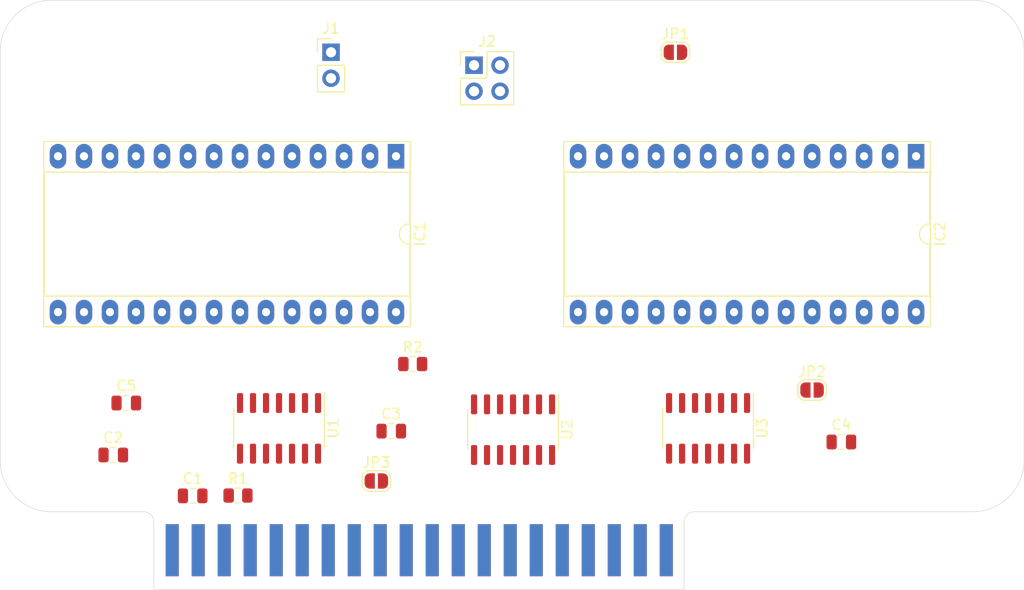
<source format=kicad_pcb>
(kicad_pcb (version 20171130) (host pcbnew "(5.1.9-0-10_14)")

  (general
    (thickness 1.6)
    (drawings 15)
    (tracks 0)
    (zones 0)
    (modules 18)
    (nets 55)
  )

  (page A4)
  (layers
    (0 Top signal)
    (31 Bottom signal)
    (32 B.Adhes user)
    (33 F.Adhes user)
    (34 B.Paste user)
    (35 F.Paste user)
    (36 B.SilkS user)
    (37 F.SilkS user)
    (38 B.Mask user)
    (39 F.Mask user)
    (40 Dwgs.User user)
    (41 Cmts.User user)
    (42 Eco1.User user)
    (43 Eco2.User user)
    (44 Edge.Cuts user)
    (45 Margin user)
    (46 B.CrtYd user)
    (47 F.CrtYd user)
    (48 B.Fab user)
    (49 F.Fab user)
  )

  (setup
    (last_trace_width 0.25)
    (trace_clearance 0.127)
    (zone_clearance 0.508)
    (zone_45_only no)
    (trace_min 0.2)
    (via_size 0.8)
    (via_drill 0.4)
    (via_min_size 0.4)
    (via_min_drill 0.3)
    (uvia_size 0.3)
    (uvia_drill 0.1)
    (uvias_allowed no)
    (uvia_min_size 0.2)
    (uvia_min_drill 0.1)
    (edge_width 0.05)
    (segment_width 0.2)
    (pcb_text_width 0.3)
    (pcb_text_size 1.5 1.5)
    (mod_edge_width 0.12)
    (mod_text_size 1 1)
    (mod_text_width 0.15)
    (pad_size 1.524 1.524)
    (pad_drill 0.762)
    (pad_to_mask_clearance 0)
    (aux_axis_origin 0 0)
    (visible_elements FFFFFF7F)
    (pcbplotparams
      (layerselection 0x010fc_ffffffff)
      (usegerberextensions false)
      (usegerberattributes true)
      (usegerberadvancedattributes true)
      (creategerberjobfile true)
      (excludeedgelayer true)
      (linewidth 0.100000)
      (plotframeref false)
      (viasonmask false)
      (mode 1)
      (useauxorigin false)
      (hpglpennumber 1)
      (hpglpenspeed 20)
      (hpglpendiameter 15.000000)
      (psnegative false)
      (psa4output false)
      (plotreference true)
      (plotvalue true)
      (plotinvisibletext false)
      (padsonsilk false)
      (subtractmaskfromsilk false)
      (outputformat 1)
      (mirror false)
      (drillshape 1)
      (scaleselection 1)
      (outputdirectory ""))
  )

  (net 0 "")
  (net 1 GND)
  (net 2 /D7)
  (net 3 /D6)
  (net 4 /D5)
  (net 5 /D4)
  (net 6 /D3)
  (net 7 /D2)
  (net 8 /D1)
  (net 9 /D0)
  (net 10 /A0)
  (net 11 /A1)
  (net 12 /A2)
  (net 13 /A3)
  (net 14 /A4)
  (net 15 /A5)
  (net 16 /A6)
  (net 17 /A7)
  (net 18 /A12)
  (net 19 VCC)
  (net 20 "Net-(CONN1-Pad~RES)")
  (net 21 "Net-(CONN1-Pad~IRQ)")
  (net 22 "Net-(CONN1-Pad~NMI)")
  (net 23 "Net-(CONN1-PadRDY)")
  (net 24 "Net-(CONN1-PadBE)")
  (net 25 R~W)
  (net 26 "Net-(CONN1-Pad~ML)")
  (net 27 PHI2)
  (net 28 "Net-(CONN1-PadPHI1O)")
  (net 29 "Net-(CONN1-PadSYNC)")
  (net 30 EXP1)
  (net 31 EXP0)
  (net 32 A15)
  (net 33 A14)
  (net 34 A13)
  (net 35 /A11)
  (net 36 /A10)
  (net 37 /A9)
  (net 38 /A8)
  (net 39 ~READ)
  (net 40 ~WRITE)
  (net 41 "Net-(IC2-Pad27)")
  (net 42 ~ROM_ENABLE)
  (net 43 ~HI_ROM_DISABLE)
  (net 44 "Net-(JP2-Pad1)")
  (net 45 "Net-(JP3-Pad1)")
  (net 46 "Net-(U1-Pad5)")
  (net 47 "Net-(U1-Pad11)")
  (net 48 "Net-(U1-Pad12)")
  (net 49 "Net-(U1-Pad13)")
  (net 50 "Net-(U2-Pad10)")
  (net 51 "Net-(U2-Pad3)")
  (net 52 "Net-(U3-Pad3)")
  (net 53 "Net-(U3-Pad10)")
  (net 54 "Net-(U3-Pad13)")

  (net_class Default "This is the default net class."
    (clearance 0.127)
    (trace_width 0.25)
    (via_dia 0.8)
    (via_drill 0.4)
    (uvia_dia 0.3)
    (uvia_drill 0.1)
    (add_net /A0)
    (add_net /A1)
    (add_net /A10)
    (add_net /A11)
    (add_net /A12)
    (add_net /A2)
    (add_net /A3)
    (add_net /A4)
    (add_net /A5)
    (add_net /A6)
    (add_net /A7)
    (add_net /A8)
    (add_net /A9)
    (add_net /D0)
    (add_net /D1)
    (add_net /D2)
    (add_net /D3)
    (add_net /D4)
    (add_net /D5)
    (add_net /D6)
    (add_net /D7)
    (add_net A13)
    (add_net A14)
    (add_net A15)
    (add_net EXP0)
    (add_net EXP1)
    (add_net GND)
    (add_net "Net-(CONN1-PadBE)")
    (add_net "Net-(CONN1-PadPHI1O)")
    (add_net "Net-(CONN1-PadRDY)")
    (add_net "Net-(CONN1-PadSYNC)")
    (add_net "Net-(CONN1-Pad~IRQ)")
    (add_net "Net-(CONN1-Pad~ML)")
    (add_net "Net-(CONN1-Pad~NMI)")
    (add_net "Net-(CONN1-Pad~RES)")
    (add_net "Net-(IC2-Pad27)")
    (add_net "Net-(JP2-Pad1)")
    (add_net "Net-(JP3-Pad1)")
    (add_net "Net-(U1-Pad11)")
    (add_net "Net-(U1-Pad12)")
    (add_net "Net-(U1-Pad13)")
    (add_net "Net-(U1-Pad5)")
    (add_net "Net-(U2-Pad10)")
    (add_net "Net-(U2-Pad3)")
    (add_net "Net-(U3-Pad10)")
    (add_net "Net-(U3-Pad13)")
    (add_net "Net-(U3-Pad3)")
    (add_net PHI2)
    (add_net R~W)
    (add_net VCC)
    (add_net ~HI_ROM_DISABLE)
    (add_net ~READ)
    (add_net ~ROM_ENABLE)
    (add_net ~WRITE)
  )

  (module Capacitor_SMD:C_0805_2012Metric (layer Top) (tedit 5F68FEEE) (tstamp 60627BED)
    (at 117.295001 124.645001)
    (descr "Capacitor SMD 0805 (2012 Metric), square (rectangular) end terminal, IPC_7351 nominal, (Body size source: IPC-SM-782 page 76, https://www.pcb-3d.com/wordpress/wp-content/uploads/ipc-sm-782a_amendment_1_and_2.pdf, https://docs.google.com/spreadsheets/d/1BsfQQcO9C6DZCsRaXUlFlo91Tg2WpOkGARC1WS5S8t0/edit?usp=sharing), generated with kicad-footprint-generator")
    (tags capacitor)
    (path /608A3DE9)
    (attr smd)
    (fp_text reference C1 (at 0 -1.68) (layer F.SilkS)
      (effects (font (size 1 1) (thickness 0.15)))
    )
    (fp_text value 100nF (at 0 1.68) (layer F.Fab)
      (effects (font (size 1 1) (thickness 0.15)))
    )
    (fp_line (start -1 0.625) (end -1 -0.625) (layer F.Fab) (width 0.1))
    (fp_line (start -1 -0.625) (end 1 -0.625) (layer F.Fab) (width 0.1))
    (fp_line (start 1 -0.625) (end 1 0.625) (layer F.Fab) (width 0.1))
    (fp_line (start 1 0.625) (end -1 0.625) (layer F.Fab) (width 0.1))
    (fp_line (start -0.261252 -0.735) (end 0.261252 -0.735) (layer F.SilkS) (width 0.12))
    (fp_line (start -0.261252 0.735) (end 0.261252 0.735) (layer F.SilkS) (width 0.12))
    (fp_line (start -1.7 0.98) (end -1.7 -0.98) (layer F.CrtYd) (width 0.05))
    (fp_line (start -1.7 -0.98) (end 1.7 -0.98) (layer F.CrtYd) (width 0.05))
    (fp_line (start 1.7 -0.98) (end 1.7 0.98) (layer F.CrtYd) (width 0.05))
    (fp_line (start 1.7 0.98) (end -1.7 0.98) (layer F.CrtYd) (width 0.05))
    (fp_text user %R (at 0 0) (layer F.Fab)
      (effects (font (size 0.5 0.5) (thickness 0.08)))
    )
    (pad 1 smd roundrect (at -0.95 0) (size 1 1.45) (layers Top F.Paste F.Mask) (roundrect_rratio 0.25)
      (net 19 VCC))
    (pad 2 smd roundrect (at 0.95 0) (size 1 1.45) (layers Top F.Paste F.Mask) (roundrect_rratio 0.25)
      (net 1 GND))
    (model ${KISYS3DMOD}/Capacitor_SMD.3dshapes/C_0805_2012Metric.wrl
      (at (xyz 0 0 0))
      (scale (xyz 1 1 1))
      (rotate (xyz 0 0 0))
    )
  )

  (module Capacitor_SMD:C_0805_2012Metric (layer Top) (tedit 5F68FEEE) (tstamp 6062877A)
    (at 109.54 120.65)
    (descr "Capacitor SMD 0805 (2012 Metric), square (rectangular) end terminal, IPC_7351 nominal, (Body size source: IPC-SM-782 page 76, https://www.pcb-3d.com/wordpress/wp-content/uploads/ipc-sm-782a_amendment_1_and_2.pdf, https://docs.google.com/spreadsheets/d/1BsfQQcO9C6DZCsRaXUlFlo91Tg2WpOkGARC1WS5S8t0/edit?usp=sharing), generated with kicad-footprint-generator")
    (tags capacitor)
    (path /608A3815)
    (attr smd)
    (fp_text reference C2 (at 0 -1.68) (layer F.SilkS)
      (effects (font (size 1 1) (thickness 0.15)))
    )
    (fp_text value 100nF (at 0 1.68) (layer F.Fab)
      (effects (font (size 1 1) (thickness 0.15)))
    )
    (fp_line (start 1.7 0.98) (end -1.7 0.98) (layer F.CrtYd) (width 0.05))
    (fp_line (start 1.7 -0.98) (end 1.7 0.98) (layer F.CrtYd) (width 0.05))
    (fp_line (start -1.7 -0.98) (end 1.7 -0.98) (layer F.CrtYd) (width 0.05))
    (fp_line (start -1.7 0.98) (end -1.7 -0.98) (layer F.CrtYd) (width 0.05))
    (fp_line (start -0.261252 0.735) (end 0.261252 0.735) (layer F.SilkS) (width 0.12))
    (fp_line (start -0.261252 -0.735) (end 0.261252 -0.735) (layer F.SilkS) (width 0.12))
    (fp_line (start 1 0.625) (end -1 0.625) (layer F.Fab) (width 0.1))
    (fp_line (start 1 -0.625) (end 1 0.625) (layer F.Fab) (width 0.1))
    (fp_line (start -1 -0.625) (end 1 -0.625) (layer F.Fab) (width 0.1))
    (fp_line (start -1 0.625) (end -1 -0.625) (layer F.Fab) (width 0.1))
    (fp_text user %R (at 0 0) (layer F.Fab)
      (effects (font (size 0.5 0.5) (thickness 0.08)))
    )
    (pad 2 smd roundrect (at 0.95 0) (size 1 1.45) (layers Top F.Paste F.Mask) (roundrect_rratio 0.25)
      (net 1 GND))
    (pad 1 smd roundrect (at -0.95 0) (size 1 1.45) (layers Top F.Paste F.Mask) (roundrect_rratio 0.25)
      (net 19 VCC))
    (model ${KISYS3DMOD}/Capacitor_SMD.3dshapes/C_0805_2012Metric.wrl
      (at (xyz 0 0 0))
      (scale (xyz 1 1 1))
      (rotate (xyz 0 0 0))
    )
  )

  (module Capacitor_SMD:C_0805_2012Metric (layer Top) (tedit 5F68FEEE) (tstamp 60627C0F)
    (at 136.695001 118.315001)
    (descr "Capacitor SMD 0805 (2012 Metric), square (rectangular) end terminal, IPC_7351 nominal, (Body size source: IPC-SM-782 page 76, https://www.pcb-3d.com/wordpress/wp-content/uploads/ipc-sm-782a_amendment_1_and_2.pdf, https://docs.google.com/spreadsheets/d/1BsfQQcO9C6DZCsRaXUlFlo91Tg2WpOkGARC1WS5S8t0/edit?usp=sharing), generated with kicad-footprint-generator")
    (tags capacitor)
    (path /6088DDE2)
    (attr smd)
    (fp_text reference C3 (at 0 -1.68) (layer F.SilkS)
      (effects (font (size 1 1) (thickness 0.15)))
    )
    (fp_text value 100nF (at 0 1.68) (layer F.Fab)
      (effects (font (size 1 1) (thickness 0.15)))
    )
    (fp_line (start -1 0.625) (end -1 -0.625) (layer F.Fab) (width 0.1))
    (fp_line (start -1 -0.625) (end 1 -0.625) (layer F.Fab) (width 0.1))
    (fp_line (start 1 -0.625) (end 1 0.625) (layer F.Fab) (width 0.1))
    (fp_line (start 1 0.625) (end -1 0.625) (layer F.Fab) (width 0.1))
    (fp_line (start -0.261252 -0.735) (end 0.261252 -0.735) (layer F.SilkS) (width 0.12))
    (fp_line (start -0.261252 0.735) (end 0.261252 0.735) (layer F.SilkS) (width 0.12))
    (fp_line (start -1.7 0.98) (end -1.7 -0.98) (layer F.CrtYd) (width 0.05))
    (fp_line (start -1.7 -0.98) (end 1.7 -0.98) (layer F.CrtYd) (width 0.05))
    (fp_line (start 1.7 -0.98) (end 1.7 0.98) (layer F.CrtYd) (width 0.05))
    (fp_line (start 1.7 0.98) (end -1.7 0.98) (layer F.CrtYd) (width 0.05))
    (fp_text user %R (at 0 0) (layer F.Fab)
      (effects (font (size 0.5 0.5) (thickness 0.08)))
    )
    (pad 1 smd roundrect (at -0.95 0) (size 1 1.45) (layers Top F.Paste F.Mask) (roundrect_rratio 0.25)
      (net 19 VCC))
    (pad 2 smd roundrect (at 0.95 0) (size 1 1.45) (layers Top F.Paste F.Mask) (roundrect_rratio 0.25)
      (net 1 GND))
    (model ${KISYS3DMOD}/Capacitor_SMD.3dshapes/C_0805_2012Metric.wrl
      (at (xyz 0 0 0))
      (scale (xyz 1 1 1))
      (rotate (xyz 0 0 0))
    )
  )

  (module Capacitor_SMD:C_0805_2012Metric (layer Top) (tedit 5F68FEEE) (tstamp 60627C20)
    (at 180.66 119.38)
    (descr "Capacitor SMD 0805 (2012 Metric), square (rectangular) end terminal, IPC_7351 nominal, (Body size source: IPC-SM-782 page 76, https://www.pcb-3d.com/wordpress/wp-content/uploads/ipc-sm-782a_amendment_1_and_2.pdf, https://docs.google.com/spreadsheets/d/1BsfQQcO9C6DZCsRaXUlFlo91Tg2WpOkGARC1WS5S8t0/edit?usp=sharing), generated with kicad-footprint-generator")
    (tags capacitor)
    (path /60A2B83E)
    (attr smd)
    (fp_text reference C4 (at 0 -1.68) (layer F.SilkS)
      (effects (font (size 1 1) (thickness 0.15)))
    )
    (fp_text value 100nF (at 0 1.68) (layer F.Fab)
      (effects (font (size 1 1) (thickness 0.15)))
    )
    (fp_line (start 1.7 0.98) (end -1.7 0.98) (layer F.CrtYd) (width 0.05))
    (fp_line (start 1.7 -0.98) (end 1.7 0.98) (layer F.CrtYd) (width 0.05))
    (fp_line (start -1.7 -0.98) (end 1.7 -0.98) (layer F.CrtYd) (width 0.05))
    (fp_line (start -1.7 0.98) (end -1.7 -0.98) (layer F.CrtYd) (width 0.05))
    (fp_line (start -0.261252 0.735) (end 0.261252 0.735) (layer F.SilkS) (width 0.12))
    (fp_line (start -0.261252 -0.735) (end 0.261252 -0.735) (layer F.SilkS) (width 0.12))
    (fp_line (start 1 0.625) (end -1 0.625) (layer F.Fab) (width 0.1))
    (fp_line (start 1 -0.625) (end 1 0.625) (layer F.Fab) (width 0.1))
    (fp_line (start -1 -0.625) (end 1 -0.625) (layer F.Fab) (width 0.1))
    (fp_line (start -1 0.625) (end -1 -0.625) (layer F.Fab) (width 0.1))
    (fp_text user %R (at 0 0) (layer F.Fab)
      (effects (font (size 0.5 0.5) (thickness 0.08)))
    )
    (pad 2 smd roundrect (at 0.95 0) (size 1 1.45) (layers Top F.Paste F.Mask) (roundrect_rratio 0.25)
      (net 1 GND))
    (pad 1 smd roundrect (at -0.95 0) (size 1 1.45) (layers Top F.Paste F.Mask) (roundrect_rratio 0.25)
      (net 19 VCC))
    (model ${KISYS3DMOD}/Capacitor_SMD.3dshapes/C_0805_2012Metric.wrl
      (at (xyz 0 0 0))
      (scale (xyz 1 1 1))
      (rotate (xyz 0 0 0))
    )
  )

  (module Capacitor_SMD:C_0805_2012Metric (layer Top) (tedit 5F68FEEE) (tstamp 60627C31)
    (at 110.81 115.57)
    (descr "Capacitor SMD 0805 (2012 Metric), square (rectangular) end terminal, IPC_7351 nominal, (Body size source: IPC-SM-782 page 76, https://www.pcb-3d.com/wordpress/wp-content/uploads/ipc-sm-782a_amendment_1_and_2.pdf, https://docs.google.com/spreadsheets/d/1BsfQQcO9C6DZCsRaXUlFlo91Tg2WpOkGARC1WS5S8t0/edit?usp=sharing), generated with kicad-footprint-generator")
    (tags capacitor)
    (path /60A2BC23)
    (attr smd)
    (fp_text reference C5 (at 0 -1.68) (layer F.SilkS)
      (effects (font (size 1 1) (thickness 0.15)))
    )
    (fp_text value 100nF (at 0 1.68) (layer F.Fab)
      (effects (font (size 1 1) (thickness 0.15)))
    )
    (fp_line (start -1 0.625) (end -1 -0.625) (layer F.Fab) (width 0.1))
    (fp_line (start -1 -0.625) (end 1 -0.625) (layer F.Fab) (width 0.1))
    (fp_line (start 1 -0.625) (end 1 0.625) (layer F.Fab) (width 0.1))
    (fp_line (start 1 0.625) (end -1 0.625) (layer F.Fab) (width 0.1))
    (fp_line (start -0.261252 -0.735) (end 0.261252 -0.735) (layer F.SilkS) (width 0.12))
    (fp_line (start -0.261252 0.735) (end 0.261252 0.735) (layer F.SilkS) (width 0.12))
    (fp_line (start -1.7 0.98) (end -1.7 -0.98) (layer F.CrtYd) (width 0.05))
    (fp_line (start -1.7 -0.98) (end 1.7 -0.98) (layer F.CrtYd) (width 0.05))
    (fp_line (start 1.7 -0.98) (end 1.7 0.98) (layer F.CrtYd) (width 0.05))
    (fp_line (start 1.7 0.98) (end -1.7 0.98) (layer F.CrtYd) (width 0.05))
    (fp_text user %R (at 0 0) (layer F.Fab)
      (effects (font (size 0.5 0.5) (thickness 0.08)))
    )
    (pad 1 smd roundrect (at -0.95 0) (size 1 1.45) (layers Top F.Paste F.Mask) (roundrect_rratio 0.25)
      (net 19 VCC))
    (pad 2 smd roundrect (at 0.95 0) (size 1 1.45) (layers Top F.Paste F.Mask) (roundrect_rratio 0.25)
      (net 1 GND))
    (model ${KISYS3DMOD}/Capacitor_SMD.3dshapes/C_0805_2012Metric.wrl
      (at (xyz 0 0 0))
      (scale (xyz 1 1 1))
      (rotate (xyz 0 0 0))
    )
  )

  (module "Memory Card:6502CARDEDGE" (layer Top) (tedit 60624778) (tstamp 60627C5D)
    (at 115.3 132.5)
    (path /60621DAE)
    (fp_text reference CONN1 (at 0 0) (layer F.SilkS) hide
      (effects (font (size 1.27 1.27) (thickness 0.15)))
    )
    (fp_text value 6502CARDEDGE (at 0 0) (layer F.SilkS) hide
      (effects (font (size 1.27 1.27) (thickness 0.15)))
    )
    (pad GND smd rect (at 0 -2.54 90) (size 5.08 1.27) (layers Top F.Paste F.Mask)
      (net 1 GND) (solder_mask_margin 0.1016))
    (pad ~RES smd rect (at 2.54 -2.54 90) (size 5.08 1.27) (layers Top F.Paste F.Mask)
      (net 20 "Net-(CONN1-Pad~RES)") (solder_mask_margin 0.1016))
    (pad ~IRQ smd rect (at 5.08 -2.54 90) (size 5.08 1.27) (layers Top F.Paste F.Mask)
      (net 21 "Net-(CONN1-Pad~IRQ)") (solder_mask_margin 0.1016))
    (pad ~NMI smd rect (at 7.62 -2.54 90) (size 5.08 1.27) (layers Top F.Paste F.Mask)
      (net 22 "Net-(CONN1-Pad~NMI)") (solder_mask_margin 0.1016))
    (pad RDY smd rect (at 10.16 -2.54 90) (size 5.08 1.27) (layers Top F.Paste F.Mask)
      (net 23 "Net-(CONN1-PadRDY)") (solder_mask_margin 0.1016))
    (pad BE smd rect (at 12.7 -2.54 90) (size 5.08 1.27) (layers Top F.Paste F.Mask)
      (net 24 "Net-(CONN1-PadBE)") (solder_mask_margin 0.1016))
    (pad R~W smd rect (at 15.24 -2.54 90) (size 5.08 1.27) (layers Top F.Paste F.Mask)
      (net 25 R~W) (solder_mask_margin 0.1016))
    (pad ~ML smd rect (at 17.78 -2.54 90) (size 5.08 1.27) (layers Top F.Paste F.Mask)
      (net 26 "Net-(CONN1-Pad~ML)") (solder_mask_margin 0.1016))
    (pad PHI2 smd rect (at 20.32 -2.54 90) (size 5.08 1.27) (layers Top F.Paste F.Mask)
      (net 27 PHI2) (solder_mask_margin 0.1016))
    (pad PHI1O smd rect (at 22.86 -2.54 90) (size 5.08 1.27) (layers Top F.Paste F.Mask)
      (net 28 "Net-(CONN1-PadPHI1O)") (solder_mask_margin 0.1016))
    (pad SYNC smd rect (at 25.4 -2.54 90) (size 5.08 1.27) (layers Top F.Paste F.Mask)
      (net 29 "Net-(CONN1-PadSYNC)") (solder_mask_margin 0.1016))
    (pad D7 smd rect (at 27.94 -2.54 90) (size 5.08 1.27) (layers Top F.Paste F.Mask)
      (net 2 /D7) (solder_mask_margin 0.1016))
    (pad D6 smd rect (at 30.48 -2.54 90) (size 5.08 1.27) (layers Top F.Paste F.Mask)
      (net 3 /D6) (solder_mask_margin 0.1016))
    (pad D5 smd rect (at 33.02 -2.54 90) (size 5.08 1.27) (layers Top F.Paste F.Mask)
      (net 4 /D5) (solder_mask_margin 0.1016))
    (pad D4 smd rect (at 35.56 -2.54 90) (size 5.08 1.27) (layers Top F.Paste F.Mask)
      (net 5 /D4) (solder_mask_margin 0.1016))
    (pad D3 smd rect (at 38.1 -2.54 90) (size 5.08 1.27) (layers Top F.Paste F.Mask)
      (net 6 /D3) (solder_mask_margin 0.1016))
    (pad D2 smd rect (at 40.64 -2.54 90) (size 5.08 1.27) (layers Top F.Paste F.Mask)
      (net 7 /D2) (solder_mask_margin 0.1016))
    (pad D1 smd rect (at 43.18 -2.54 90) (size 5.08 1.27) (layers Top F.Paste F.Mask)
      (net 8 /D1) (solder_mask_margin 0.1016))
    (pad D0 smd rect (at 45.72 -2.54 90) (size 5.08 1.27) (layers Top F.Paste F.Mask)
      (net 9 /D0) (solder_mask_margin 0.1016))
    (pad VCC smd rect (at 48.26 -2.54 90) (size 5.08 1.27) (layers Top F.Paste F.Mask)
      (net 19 VCC) (solder_mask_margin 0.1016))
    (pad VCC smd rect (at 0 -2.54 90) (size 5.08 1.27) (layers Bottom B.Paste B.Mask)
      (net 19 VCC) (solder_mask_margin 0.1016))
    (pad EXP1 smd rect (at 2.54 -2.54 90) (size 5.08 1.27) (layers Bottom B.Paste B.Mask)
      (net 30 EXP1) (solder_mask_margin 0.1016))
    (pad EXP0 smd rect (at 5.08 -2.54 90) (size 5.08 1.27) (layers Bottom B.Paste B.Mask)
      (net 31 EXP0) (solder_mask_margin 0.1016))
    (pad A15 smd rect (at 7.62 -2.54 90) (size 5.08 1.27) (layers Bottom B.Paste B.Mask)
      (net 32 A15) (solder_mask_margin 0.1016))
    (pad A14 smd rect (at 10.16 -2.54 90) (size 5.08 1.27) (layers Bottom B.Paste B.Mask)
      (net 33 A14) (solder_mask_margin 0.1016))
    (pad A13 smd rect (at 12.7 -2.54 90) (size 5.08 1.27) (layers Bottom B.Paste B.Mask)
      (net 34 A13) (solder_mask_margin 0.1016))
    (pad A12 smd rect (at 15.24 -2.54 90) (size 5.08 1.27) (layers Bottom B.Paste B.Mask)
      (net 18 /A12) (solder_mask_margin 0.1016))
    (pad A11 smd rect (at 17.78 -2.54 90) (size 5.08 1.27) (layers Bottom B.Paste B.Mask)
      (net 35 /A11) (solder_mask_margin 0.1016))
    (pad A10 smd rect (at 20.32 -2.54 90) (size 5.08 1.27) (layers Bottom B.Paste B.Mask)
      (net 36 /A10) (solder_mask_margin 0.1016))
    (pad A9 smd rect (at 22.86 -2.54 90) (size 5.08 1.27) (layers Bottom B.Paste B.Mask)
      (net 37 /A9) (solder_mask_margin 0.1016))
    (pad A8 smd rect (at 25.4 -2.54 90) (size 5.08 1.27) (layers Bottom B.Paste B.Mask)
      (net 38 /A8) (solder_mask_margin 0.1016))
    (pad A7 smd rect (at 27.94 -2.54 90) (size 5.08 1.27) (layers Bottom B.Paste B.Mask)
      (net 17 /A7) (solder_mask_margin 0.1016))
    (pad A6 smd rect (at 30.48 -2.54 90) (size 5.08 1.27) (layers Bottom B.Paste B.Mask)
      (net 16 /A6) (solder_mask_margin 0.1016))
    (pad A5 smd rect (at 33.02 -2.54 90) (size 5.08 1.27) (layers Bottom B.Paste B.Mask)
      (net 15 /A5) (solder_mask_margin 0.1016))
    (pad A4 smd rect (at 35.56 -2.54 90) (size 5.08 1.27) (layers Bottom B.Paste B.Mask)
      (net 14 /A4) (solder_mask_margin 0.1016))
    (pad A3 smd rect (at 38.1 -2.54 90) (size 5.08 1.27) (layers Bottom B.Paste B.Mask)
      (net 13 /A3) (solder_mask_margin 0.1016))
    (pad A2 smd rect (at 40.64 -2.54 90) (size 5.08 1.27) (layers Bottom B.Paste B.Mask)
      (net 12 /A2) (solder_mask_margin 0.1016))
    (pad A1 smd rect (at 43.18 -2.54 90) (size 5.08 1.27) (layers Bottom B.Paste B.Mask)
      (net 11 /A1) (solder_mask_margin 0.1016))
    (pad A0 smd rect (at 45.72 -2.54 90) (size 5.08 1.27) (layers Bottom B.Paste B.Mask)
      (net 10 /A0) (solder_mask_margin 0.1016))
    (pad GND smd rect (at 48.26 -2.54 90) (size 5.08 1.27) (layers Bottom B.Paste B.Mask)
      (net 1 GND) (solder_mask_margin 0.1016))
  )

  (module Package_DIP:DIP-28_W15.24mm_Socket_LongPads (layer Top) (tedit 5A02E8C5) (tstamp 60627C95)
    (at 137.16 91.44 270)
    (descr "28-lead though-hole mounted DIP package, row spacing 15.24 mm (600 mils), Socket, LongPads")
    (tags "THT DIP DIL PDIP 2.54mm 15.24mm 600mil Socket LongPads")
    (path /60623898)
    (fp_text reference IC1 (at 7.62 -2.33 90) (layer F.SilkS)
      (effects (font (size 1 1) (thickness 0.15)))
    )
    (fp_text value AS6C62256 (at 7.62 35.35 90) (layer F.Fab)
      (effects (font (size 1 1) (thickness 0.15)))
    )
    (fp_line (start 1.255 -1.27) (end 14.985 -1.27) (layer F.Fab) (width 0.1))
    (fp_line (start 14.985 -1.27) (end 14.985 34.29) (layer F.Fab) (width 0.1))
    (fp_line (start 14.985 34.29) (end 0.255 34.29) (layer F.Fab) (width 0.1))
    (fp_line (start 0.255 34.29) (end 0.255 -0.27) (layer F.Fab) (width 0.1))
    (fp_line (start 0.255 -0.27) (end 1.255 -1.27) (layer F.Fab) (width 0.1))
    (fp_line (start -1.27 -1.33) (end -1.27 34.35) (layer F.Fab) (width 0.1))
    (fp_line (start -1.27 34.35) (end 16.51 34.35) (layer F.Fab) (width 0.1))
    (fp_line (start 16.51 34.35) (end 16.51 -1.33) (layer F.Fab) (width 0.1))
    (fp_line (start 16.51 -1.33) (end -1.27 -1.33) (layer F.Fab) (width 0.1))
    (fp_line (start 6.62 -1.33) (end 1.56 -1.33) (layer F.SilkS) (width 0.12))
    (fp_line (start 1.56 -1.33) (end 1.56 34.35) (layer F.SilkS) (width 0.12))
    (fp_line (start 1.56 34.35) (end 13.68 34.35) (layer F.SilkS) (width 0.12))
    (fp_line (start 13.68 34.35) (end 13.68 -1.33) (layer F.SilkS) (width 0.12))
    (fp_line (start 13.68 -1.33) (end 8.62 -1.33) (layer F.SilkS) (width 0.12))
    (fp_line (start -1.44 -1.39) (end -1.44 34.41) (layer F.SilkS) (width 0.12))
    (fp_line (start -1.44 34.41) (end 16.68 34.41) (layer F.SilkS) (width 0.12))
    (fp_line (start 16.68 34.41) (end 16.68 -1.39) (layer F.SilkS) (width 0.12))
    (fp_line (start 16.68 -1.39) (end -1.44 -1.39) (layer F.SilkS) (width 0.12))
    (fp_line (start -1.55 -1.6) (end -1.55 34.65) (layer F.CrtYd) (width 0.05))
    (fp_line (start -1.55 34.65) (end 16.8 34.65) (layer F.CrtYd) (width 0.05))
    (fp_line (start 16.8 34.65) (end 16.8 -1.6) (layer F.CrtYd) (width 0.05))
    (fp_line (start 16.8 -1.6) (end -1.55 -1.6) (layer F.CrtYd) (width 0.05))
    (fp_arc (start 7.62 -1.33) (end 6.62 -1.33) (angle -180) (layer F.SilkS) (width 0.12))
    (fp_text user %R (at 7.62 16.51 90) (layer F.Fab)
      (effects (font (size 1 1) (thickness 0.15)))
    )
    (pad 1 thru_hole rect (at 0 0 270) (size 2.4 1.6) (drill 0.8) (layers *.Cu *.Mask)
      (net 33 A14))
    (pad 15 thru_hole oval (at 15.24 33.02 270) (size 2.4 1.6) (drill 0.8) (layers *.Cu *.Mask)
      (net 6 /D3))
    (pad 2 thru_hole oval (at 0 2.54 270) (size 2.4 1.6) (drill 0.8) (layers *.Cu *.Mask)
      (net 18 /A12))
    (pad 16 thru_hole oval (at 15.24 30.48 270) (size 2.4 1.6) (drill 0.8) (layers *.Cu *.Mask)
      (net 5 /D4))
    (pad 3 thru_hole oval (at 0 5.08 270) (size 2.4 1.6) (drill 0.8) (layers *.Cu *.Mask)
      (net 17 /A7))
    (pad 17 thru_hole oval (at 15.24 27.94 270) (size 2.4 1.6) (drill 0.8) (layers *.Cu *.Mask)
      (net 4 /D5))
    (pad 4 thru_hole oval (at 0 7.62 270) (size 2.4 1.6) (drill 0.8) (layers *.Cu *.Mask)
      (net 16 /A6))
    (pad 18 thru_hole oval (at 15.24 25.4 270) (size 2.4 1.6) (drill 0.8) (layers *.Cu *.Mask)
      (net 3 /D6))
    (pad 5 thru_hole oval (at 0 10.16 270) (size 2.4 1.6) (drill 0.8) (layers *.Cu *.Mask)
      (net 15 /A5))
    (pad 19 thru_hole oval (at 15.24 22.86 270) (size 2.4 1.6) (drill 0.8) (layers *.Cu *.Mask)
      (net 2 /D7))
    (pad 6 thru_hole oval (at 0 12.7 270) (size 2.4 1.6) (drill 0.8) (layers *.Cu *.Mask)
      (net 14 /A4))
    (pad 20 thru_hole oval (at 15.24 20.32 270) (size 2.4 1.6) (drill 0.8) (layers *.Cu *.Mask)
      (net 32 A15))
    (pad 7 thru_hole oval (at 0 15.24 270) (size 2.4 1.6) (drill 0.8) (layers *.Cu *.Mask)
      (net 13 /A3))
    (pad 21 thru_hole oval (at 15.24 17.78 270) (size 2.4 1.6) (drill 0.8) (layers *.Cu *.Mask)
      (net 36 /A10))
    (pad 8 thru_hole oval (at 0 17.78 270) (size 2.4 1.6) (drill 0.8) (layers *.Cu *.Mask)
      (net 12 /A2))
    (pad 22 thru_hole oval (at 15.24 15.24 270) (size 2.4 1.6) (drill 0.8) (layers *.Cu *.Mask)
      (net 39 ~READ))
    (pad 9 thru_hole oval (at 0 20.32 270) (size 2.4 1.6) (drill 0.8) (layers *.Cu *.Mask)
      (net 11 /A1))
    (pad 23 thru_hole oval (at 15.24 12.7 270) (size 2.4 1.6) (drill 0.8) (layers *.Cu *.Mask)
      (net 35 /A11))
    (pad 10 thru_hole oval (at 0 22.86 270) (size 2.4 1.6) (drill 0.8) (layers *.Cu *.Mask)
      (net 10 /A0))
    (pad 24 thru_hole oval (at 15.24 10.16 270) (size 2.4 1.6) (drill 0.8) (layers *.Cu *.Mask)
      (net 37 /A9))
    (pad 11 thru_hole oval (at 0 25.4 270) (size 2.4 1.6) (drill 0.8) (layers *.Cu *.Mask)
      (net 9 /D0))
    (pad 25 thru_hole oval (at 15.24 7.62 270) (size 2.4 1.6) (drill 0.8) (layers *.Cu *.Mask)
      (net 38 /A8))
    (pad 12 thru_hole oval (at 0 27.94 270) (size 2.4 1.6) (drill 0.8) (layers *.Cu *.Mask)
      (net 8 /D1))
    (pad 26 thru_hole oval (at 15.24 5.08 270) (size 2.4 1.6) (drill 0.8) (layers *.Cu *.Mask)
      (net 34 A13))
    (pad 13 thru_hole oval (at 0 30.48 270) (size 2.4 1.6) (drill 0.8) (layers *.Cu *.Mask)
      (net 7 /D2))
    (pad 27 thru_hole oval (at 15.24 2.54 270) (size 2.4 1.6) (drill 0.8) (layers *.Cu *.Mask)
      (net 40 ~WRITE))
    (pad 14 thru_hole oval (at 0 33.02 270) (size 2.4 1.6) (drill 0.8) (layers *.Cu *.Mask)
      (net 1 GND))
    (pad 28 thru_hole oval (at 15.24 0 270) (size 2.4 1.6) (drill 0.8) (layers *.Cu *.Mask)
      (net 19 VCC))
    (model ${KISYS3DMOD}/Package_DIP.3dshapes/DIP-28_W15.24mm_Socket.wrl
      (at (xyz 0 0 0))
      (scale (xyz 1 1 1))
      (rotate (xyz 0 0 0))
    )
  )

  (module Package_DIP:DIP-28_W15.24mm_Socket_LongPads (layer Top) (tedit 5A02E8C5) (tstamp 60627CCD)
    (at 187.96 91.44 270)
    (descr "28-lead though-hole mounted DIP package, row spacing 15.24 mm (600 mils), Socket, LongPads")
    (tags "THT DIP DIL PDIP 2.54mm 15.24mm 600mil Socket LongPads")
    (path /606279C8)
    (fp_text reference IC2 (at 7.62 -2.33 90) (layer F.SilkS)
      (effects (font (size 1 1) (thickness 0.15)))
    )
    (fp_text value AT28C256 (at 7.62 35.35 90) (layer F.Fab)
      (effects (font (size 1 1) (thickness 0.15)))
    )
    (fp_line (start 16.8 -1.6) (end -1.55 -1.6) (layer F.CrtYd) (width 0.05))
    (fp_line (start 16.8 34.65) (end 16.8 -1.6) (layer F.CrtYd) (width 0.05))
    (fp_line (start -1.55 34.65) (end 16.8 34.65) (layer F.CrtYd) (width 0.05))
    (fp_line (start -1.55 -1.6) (end -1.55 34.65) (layer F.CrtYd) (width 0.05))
    (fp_line (start 16.68 -1.39) (end -1.44 -1.39) (layer F.SilkS) (width 0.12))
    (fp_line (start 16.68 34.41) (end 16.68 -1.39) (layer F.SilkS) (width 0.12))
    (fp_line (start -1.44 34.41) (end 16.68 34.41) (layer F.SilkS) (width 0.12))
    (fp_line (start -1.44 -1.39) (end -1.44 34.41) (layer F.SilkS) (width 0.12))
    (fp_line (start 13.68 -1.33) (end 8.62 -1.33) (layer F.SilkS) (width 0.12))
    (fp_line (start 13.68 34.35) (end 13.68 -1.33) (layer F.SilkS) (width 0.12))
    (fp_line (start 1.56 34.35) (end 13.68 34.35) (layer F.SilkS) (width 0.12))
    (fp_line (start 1.56 -1.33) (end 1.56 34.35) (layer F.SilkS) (width 0.12))
    (fp_line (start 6.62 -1.33) (end 1.56 -1.33) (layer F.SilkS) (width 0.12))
    (fp_line (start 16.51 -1.33) (end -1.27 -1.33) (layer F.Fab) (width 0.1))
    (fp_line (start 16.51 34.35) (end 16.51 -1.33) (layer F.Fab) (width 0.1))
    (fp_line (start -1.27 34.35) (end 16.51 34.35) (layer F.Fab) (width 0.1))
    (fp_line (start -1.27 -1.33) (end -1.27 34.35) (layer F.Fab) (width 0.1))
    (fp_line (start 0.255 -0.27) (end 1.255 -1.27) (layer F.Fab) (width 0.1))
    (fp_line (start 0.255 34.29) (end 0.255 -0.27) (layer F.Fab) (width 0.1))
    (fp_line (start 14.985 34.29) (end 0.255 34.29) (layer F.Fab) (width 0.1))
    (fp_line (start 14.985 -1.27) (end 14.985 34.29) (layer F.Fab) (width 0.1))
    (fp_line (start 1.255 -1.27) (end 14.985 -1.27) (layer F.Fab) (width 0.1))
    (fp_text user %R (at 7.62 16.51 90) (layer F.Fab)
      (effects (font (size 1 1) (thickness 0.15)))
    )
    (fp_arc (start 7.62 -1.33) (end 6.62 -1.33) (angle -180) (layer F.SilkS) (width 0.12))
    (pad 28 thru_hole oval (at 15.24 0 270) (size 2.4 1.6) (drill 0.8) (layers *.Cu *.Mask)
      (net 19 VCC))
    (pad 14 thru_hole oval (at 0 33.02 270) (size 2.4 1.6) (drill 0.8) (layers *.Cu *.Mask)
      (net 1 GND))
    (pad 27 thru_hole oval (at 15.24 2.54 270) (size 2.4 1.6) (drill 0.8) (layers *.Cu *.Mask)
      (net 41 "Net-(IC2-Pad27)"))
    (pad 13 thru_hole oval (at 0 30.48 270) (size 2.4 1.6) (drill 0.8) (layers *.Cu *.Mask)
      (net 7 /D2))
    (pad 26 thru_hole oval (at 15.24 5.08 270) (size 2.4 1.6) (drill 0.8) (layers *.Cu *.Mask)
      (net 34 A13))
    (pad 12 thru_hole oval (at 0 27.94 270) (size 2.4 1.6) (drill 0.8) (layers *.Cu *.Mask)
      (net 8 /D1))
    (pad 25 thru_hole oval (at 15.24 7.62 270) (size 2.4 1.6) (drill 0.8) (layers *.Cu *.Mask)
      (net 38 /A8))
    (pad 11 thru_hole oval (at 0 25.4 270) (size 2.4 1.6) (drill 0.8) (layers *.Cu *.Mask)
      (net 9 /D0))
    (pad 24 thru_hole oval (at 15.24 10.16 270) (size 2.4 1.6) (drill 0.8) (layers *.Cu *.Mask)
      (net 37 /A9))
    (pad 10 thru_hole oval (at 0 22.86 270) (size 2.4 1.6) (drill 0.8) (layers *.Cu *.Mask)
      (net 10 /A0))
    (pad 23 thru_hole oval (at 15.24 12.7 270) (size 2.4 1.6) (drill 0.8) (layers *.Cu *.Mask)
      (net 35 /A11))
    (pad 9 thru_hole oval (at 0 20.32 270) (size 2.4 1.6) (drill 0.8) (layers *.Cu *.Mask)
      (net 11 /A1))
    (pad 22 thru_hole oval (at 15.24 15.24 270) (size 2.4 1.6) (drill 0.8) (layers *.Cu *.Mask)
      (net 39 ~READ))
    (pad 8 thru_hole oval (at 0 17.78 270) (size 2.4 1.6) (drill 0.8) (layers *.Cu *.Mask)
      (net 12 /A2))
    (pad 21 thru_hole oval (at 15.24 17.78 270) (size 2.4 1.6) (drill 0.8) (layers *.Cu *.Mask)
      (net 36 /A10))
    (pad 7 thru_hole oval (at 0 15.24 270) (size 2.4 1.6) (drill 0.8) (layers *.Cu *.Mask)
      (net 13 /A3))
    (pad 20 thru_hole oval (at 15.24 20.32 270) (size 2.4 1.6) (drill 0.8) (layers *.Cu *.Mask)
      (net 42 ~ROM_ENABLE))
    (pad 6 thru_hole oval (at 0 12.7 270) (size 2.4 1.6) (drill 0.8) (layers *.Cu *.Mask)
      (net 14 /A4))
    (pad 19 thru_hole oval (at 15.24 22.86 270) (size 2.4 1.6) (drill 0.8) (layers *.Cu *.Mask)
      (net 2 /D7))
    (pad 5 thru_hole oval (at 0 10.16 270) (size 2.4 1.6) (drill 0.8) (layers *.Cu *.Mask)
      (net 15 /A5))
    (pad 18 thru_hole oval (at 15.24 25.4 270) (size 2.4 1.6) (drill 0.8) (layers *.Cu *.Mask)
      (net 3 /D6))
    (pad 4 thru_hole oval (at 0 7.62 270) (size 2.4 1.6) (drill 0.8) (layers *.Cu *.Mask)
      (net 16 /A6))
    (pad 17 thru_hole oval (at 15.24 27.94 270) (size 2.4 1.6) (drill 0.8) (layers *.Cu *.Mask)
      (net 4 /D5))
    (pad 3 thru_hole oval (at 0 5.08 270) (size 2.4 1.6) (drill 0.8) (layers *.Cu *.Mask)
      (net 17 /A7))
    (pad 16 thru_hole oval (at 15.24 30.48 270) (size 2.4 1.6) (drill 0.8) (layers *.Cu *.Mask)
      (net 5 /D4))
    (pad 2 thru_hole oval (at 0 2.54 270) (size 2.4 1.6) (drill 0.8) (layers *.Cu *.Mask)
      (net 18 /A12))
    (pad 15 thru_hole oval (at 15.24 33.02 270) (size 2.4 1.6) (drill 0.8) (layers *.Cu *.Mask)
      (net 6 /D3))
    (pad 1 thru_hole rect (at 0 0 270) (size 2.4 1.6) (drill 0.8) (layers *.Cu *.Mask)
      (net 33 A14))
    (model ${KISYS3DMOD}/Package_DIP.3dshapes/DIP-28_W15.24mm_Socket.wrl
      (at (xyz 0 0 0))
      (scale (xyz 1 1 1))
      (rotate (xyz 0 0 0))
    )
  )

  (module Connector_PinHeader_2.54mm:PinHeader_1x02_P2.54mm_Vertical (layer Top) (tedit 59FED5CC) (tstamp 60627CE3)
    (at 130.81 81.28)
    (descr "Through hole straight pin header, 1x02, 2.54mm pitch, single row")
    (tags "Through hole pin header THT 1x02 2.54mm single row")
    (path /607827E7)
    (fp_text reference J1 (at 0 -2.33) (layer F.SilkS)
      (effects (font (size 1 1) (thickness 0.15)))
    )
    (fp_text value Conn_02x01 (at 0 4.87) (layer F.Fab)
      (effects (font (size 1 1) (thickness 0.15)))
    )
    (fp_line (start -0.635 -1.27) (end 1.27 -1.27) (layer F.Fab) (width 0.1))
    (fp_line (start 1.27 -1.27) (end 1.27 3.81) (layer F.Fab) (width 0.1))
    (fp_line (start 1.27 3.81) (end -1.27 3.81) (layer F.Fab) (width 0.1))
    (fp_line (start -1.27 3.81) (end -1.27 -0.635) (layer F.Fab) (width 0.1))
    (fp_line (start -1.27 -0.635) (end -0.635 -1.27) (layer F.Fab) (width 0.1))
    (fp_line (start -1.33 3.87) (end 1.33 3.87) (layer F.SilkS) (width 0.12))
    (fp_line (start -1.33 1.27) (end -1.33 3.87) (layer F.SilkS) (width 0.12))
    (fp_line (start 1.33 1.27) (end 1.33 3.87) (layer F.SilkS) (width 0.12))
    (fp_line (start -1.33 1.27) (end 1.33 1.27) (layer F.SilkS) (width 0.12))
    (fp_line (start -1.33 0) (end -1.33 -1.33) (layer F.SilkS) (width 0.12))
    (fp_line (start -1.33 -1.33) (end 0 -1.33) (layer F.SilkS) (width 0.12))
    (fp_line (start -1.8 -1.8) (end -1.8 4.35) (layer F.CrtYd) (width 0.05))
    (fp_line (start -1.8 4.35) (end 1.8 4.35) (layer F.CrtYd) (width 0.05))
    (fp_line (start 1.8 4.35) (end 1.8 -1.8) (layer F.CrtYd) (width 0.05))
    (fp_line (start 1.8 -1.8) (end -1.8 -1.8) (layer F.CrtYd) (width 0.05))
    (fp_text user %R (at 0 1.27 90) (layer F.Fab)
      (effects (font (size 1 1) (thickness 0.15)))
    )
    (pad 1 thru_hole rect (at 0 0) (size 1.7 1.7) (drill 1) (layers *.Cu *.Mask)
      (net 40 ~WRITE))
    (pad 2 thru_hole oval (at 0 2.54) (size 1.7 1.7) (drill 1) (layers *.Cu *.Mask)
      (net 41 "Net-(IC2-Pad27)"))
    (model ${KISYS3DMOD}/Connector_PinHeader_2.54mm.3dshapes/PinHeader_1x02_P2.54mm_Vertical.wrl
      (at (xyz 0 0 0))
      (scale (xyz 1 1 1))
      (rotate (xyz 0 0 0))
    )
  )

  (module Connector_PinHeader_2.54mm:PinHeader_2x02_P2.54mm_Vertical (layer Top) (tedit 59FED5CC) (tstamp 60627CFD)
    (at 144.78 82.55)
    (descr "Through hole straight pin header, 2x02, 2.54mm pitch, double rows")
    (tags "Through hole pin header THT 2x02 2.54mm double row")
    (path /60AE5EB7)
    (fp_text reference J2 (at 1.27 -2.33) (layer F.SilkS)
      (effects (font (size 1 1) (thickness 0.15)))
    )
    (fp_text value Conn_02x02_Odd_Even (at 1.27 4.87) (layer F.Fab)
      (effects (font (size 1 1) (thickness 0.15)))
    )
    (fp_line (start 0 -1.27) (end 3.81 -1.27) (layer F.Fab) (width 0.1))
    (fp_line (start 3.81 -1.27) (end 3.81 3.81) (layer F.Fab) (width 0.1))
    (fp_line (start 3.81 3.81) (end -1.27 3.81) (layer F.Fab) (width 0.1))
    (fp_line (start -1.27 3.81) (end -1.27 0) (layer F.Fab) (width 0.1))
    (fp_line (start -1.27 0) (end 0 -1.27) (layer F.Fab) (width 0.1))
    (fp_line (start -1.33 3.87) (end 3.87 3.87) (layer F.SilkS) (width 0.12))
    (fp_line (start -1.33 1.27) (end -1.33 3.87) (layer F.SilkS) (width 0.12))
    (fp_line (start 3.87 -1.33) (end 3.87 3.87) (layer F.SilkS) (width 0.12))
    (fp_line (start -1.33 1.27) (end 1.27 1.27) (layer F.SilkS) (width 0.12))
    (fp_line (start 1.27 1.27) (end 1.27 -1.33) (layer F.SilkS) (width 0.12))
    (fp_line (start 1.27 -1.33) (end 3.87 -1.33) (layer F.SilkS) (width 0.12))
    (fp_line (start -1.33 0) (end -1.33 -1.33) (layer F.SilkS) (width 0.12))
    (fp_line (start -1.33 -1.33) (end 0 -1.33) (layer F.SilkS) (width 0.12))
    (fp_line (start -1.8 -1.8) (end -1.8 4.35) (layer F.CrtYd) (width 0.05))
    (fp_line (start -1.8 4.35) (end 4.35 4.35) (layer F.CrtYd) (width 0.05))
    (fp_line (start 4.35 4.35) (end 4.35 -1.8) (layer F.CrtYd) (width 0.05))
    (fp_line (start 4.35 -1.8) (end -1.8 -1.8) (layer F.CrtYd) (width 0.05))
    (fp_text user %R (at 1.27 1.27 90) (layer F.Fab)
      (effects (font (size 1 1) (thickness 0.15)))
    )
    (pad 1 thru_hole rect (at 0 0) (size 1.7 1.7) (drill 1) (layers *.Cu *.Mask)
      (net 31 EXP0))
    (pad 2 thru_hole oval (at 2.54 0) (size 1.7 1.7) (drill 1) (layers *.Cu *.Mask)
      (net 43 ~HI_ROM_DISABLE))
    (pad 3 thru_hole oval (at 0 2.54) (size 1.7 1.7) (drill 1) (layers *.Cu *.Mask)
      (net 30 EXP1))
    (pad 4 thru_hole oval (at 2.54 2.54) (size 1.7 1.7) (drill 1) (layers *.Cu *.Mask)
      (net 43 ~HI_ROM_DISABLE))
    (model ${KISYS3DMOD}/Connector_PinHeader_2.54mm.3dshapes/PinHeader_2x02_P2.54mm_Vertical.wrl
      (at (xyz 0 0 0))
      (scale (xyz 1 1 1))
      (rotate (xyz 0 0 0))
    )
  )

  (module Jumper:SolderJumper-2_P1.3mm_Open_RoundedPad1.0x1.5mm (layer Top) (tedit 5B391E66) (tstamp 60627D0F)
    (at 164.45 81.28)
    (descr "SMD Solder Jumper, 1x1.5mm, rounded Pads, 0.3mm gap, open")
    (tags "solder jumper open")
    (path /607BDABB)
    (attr virtual)
    (fp_text reference JP1 (at 0 -1.8) (layer F.SilkS)
      (effects (font (size 1 1) (thickness 0.15)))
    )
    (fp_text value SolderJumper_2_Open (at 0 1.9) (layer F.Fab)
      (effects (font (size 1 1) (thickness 0.15)))
    )
    (fp_line (start -1.4 0.3) (end -1.4 -0.3) (layer F.SilkS) (width 0.12))
    (fp_line (start 0.7 1) (end -0.7 1) (layer F.SilkS) (width 0.12))
    (fp_line (start 1.4 -0.3) (end 1.4 0.3) (layer F.SilkS) (width 0.12))
    (fp_line (start -0.7 -1) (end 0.7 -1) (layer F.SilkS) (width 0.12))
    (fp_line (start -1.65 -1.25) (end 1.65 -1.25) (layer F.CrtYd) (width 0.05))
    (fp_line (start -1.65 -1.25) (end -1.65 1.25) (layer F.CrtYd) (width 0.05))
    (fp_line (start 1.65 1.25) (end 1.65 -1.25) (layer F.CrtYd) (width 0.05))
    (fp_line (start 1.65 1.25) (end -1.65 1.25) (layer F.CrtYd) (width 0.05))
    (fp_arc (start 0.7 -0.3) (end 1.4 -0.3) (angle -90) (layer F.SilkS) (width 0.12))
    (fp_arc (start 0.7 0.3) (end 0.7 1) (angle -90) (layer F.SilkS) (width 0.12))
    (fp_arc (start -0.7 0.3) (end -1.4 0.3) (angle -90) (layer F.SilkS) (width 0.12))
    (fp_arc (start -0.7 -0.3) (end -0.7 -1) (angle -90) (layer F.SilkS) (width 0.12))
    (pad 1 smd custom (at -0.65 0) (size 1 0.5) (layers Top F.Mask)
      (net 40 ~WRITE) (zone_connect 2)
      (options (clearance outline) (anchor rect))
      (primitives
        (gr_circle (center 0 0.25) (end 0.5 0.25) (width 0))
        (gr_circle (center 0 -0.25) (end 0.5 -0.25) (width 0))
        (gr_poly (pts
           (xy 0 -0.75) (xy 0.5 -0.75) (xy 0.5 0.75) (xy 0 0.75)) (width 0))
      ))
    (pad 2 smd custom (at 0.65 0) (size 1 0.5) (layers Top F.Mask)
      (net 41 "Net-(IC2-Pad27)") (zone_connect 2)
      (options (clearance outline) (anchor rect))
      (primitives
        (gr_circle (center 0 0.25) (end 0.5 0.25) (width 0))
        (gr_circle (center 0 -0.25) (end 0.5 -0.25) (width 0))
        (gr_poly (pts
           (xy 0 -0.75) (xy -0.5 -0.75) (xy -0.5 0.75) (xy 0 0.75)) (width 0))
      ))
  )

  (module Jumper:SolderJumper-2_P1.3mm_Open_RoundedPad1.0x1.5mm (layer Top) (tedit 5B391E66) (tstamp 60627D21)
    (at 177.8 114.3)
    (descr "SMD Solder Jumper, 1x1.5mm, rounded Pads, 0.3mm gap, open")
    (tags "solder jumper open")
    (path /60B3698E)
    (attr virtual)
    (fp_text reference JP2 (at 0 -1.8) (layer F.SilkS)
      (effects (font (size 1 1) (thickness 0.15)))
    )
    (fp_text value SolderJumper_2_Open (at 0 1.9) (layer F.Fab)
      (effects (font (size 1 1) (thickness 0.15)))
    )
    (fp_line (start 1.65 1.25) (end -1.65 1.25) (layer F.CrtYd) (width 0.05))
    (fp_line (start 1.65 1.25) (end 1.65 -1.25) (layer F.CrtYd) (width 0.05))
    (fp_line (start -1.65 -1.25) (end -1.65 1.25) (layer F.CrtYd) (width 0.05))
    (fp_line (start -1.65 -1.25) (end 1.65 -1.25) (layer F.CrtYd) (width 0.05))
    (fp_line (start -0.7 -1) (end 0.7 -1) (layer F.SilkS) (width 0.12))
    (fp_line (start 1.4 -0.3) (end 1.4 0.3) (layer F.SilkS) (width 0.12))
    (fp_line (start 0.7 1) (end -0.7 1) (layer F.SilkS) (width 0.12))
    (fp_line (start -1.4 0.3) (end -1.4 -0.3) (layer F.SilkS) (width 0.12))
    (fp_arc (start -0.7 -0.3) (end -0.7 -1) (angle -90) (layer F.SilkS) (width 0.12))
    (fp_arc (start -0.7 0.3) (end -1.4 0.3) (angle -90) (layer F.SilkS) (width 0.12))
    (fp_arc (start 0.7 0.3) (end 0.7 1) (angle -90) (layer F.SilkS) (width 0.12))
    (fp_arc (start 0.7 -0.3) (end 1.4 -0.3) (angle -90) (layer F.SilkS) (width 0.12))
    (pad 2 smd custom (at 0.65 0) (size 1 0.5) (layers Top F.Mask)
      (net 43 ~HI_ROM_DISABLE) (zone_connect 2)
      (options (clearance outline) (anchor rect))
      (primitives
        (gr_circle (center 0 0.25) (end 0.5 0.25) (width 0))
        (gr_circle (center 0 -0.25) (end 0.5 -0.25) (width 0))
        (gr_poly (pts
           (xy 0 -0.75) (xy -0.5 -0.75) (xy -0.5 0.75) (xy 0 0.75)) (width 0))
      ))
    (pad 1 smd custom (at -0.65 0) (size 1 0.5) (layers Top F.Mask)
      (net 44 "Net-(JP2-Pad1)") (zone_connect 2)
      (options (clearance outline) (anchor rect))
      (primitives
        (gr_circle (center 0 0.25) (end 0.5 0.25) (width 0))
        (gr_circle (center 0 -0.25) (end 0.5 -0.25) (width 0))
        (gr_poly (pts
           (xy 0 -0.75) (xy 0.5 -0.75) (xy 0.5 0.75) (xy 0 0.75)) (width 0))
      ))
  )

  (module Jumper:SolderJumper-2_P1.3mm_Open_RoundedPad1.0x1.5mm (layer Top) (tedit 5B391E66) (tstamp 60627D33)
    (at 135.24 123.19)
    (descr "SMD Solder Jumper, 1x1.5mm, rounded Pads, 0.3mm gap, open")
    (tags "solder jumper open")
    (path /60B3724F)
    (attr virtual)
    (fp_text reference JP3 (at 0 -1.8) (layer F.SilkS)
      (effects (font (size 1 1) (thickness 0.15)))
    )
    (fp_text value SolderJumper_2_Open (at 0 1.9) (layer F.Fab)
      (effects (font (size 1 1) (thickness 0.15)))
    )
    (fp_line (start -1.4 0.3) (end -1.4 -0.3) (layer F.SilkS) (width 0.12))
    (fp_line (start 0.7 1) (end -0.7 1) (layer F.SilkS) (width 0.12))
    (fp_line (start 1.4 -0.3) (end 1.4 0.3) (layer F.SilkS) (width 0.12))
    (fp_line (start -0.7 -1) (end 0.7 -1) (layer F.SilkS) (width 0.12))
    (fp_line (start -1.65 -1.25) (end 1.65 -1.25) (layer F.CrtYd) (width 0.05))
    (fp_line (start -1.65 -1.25) (end -1.65 1.25) (layer F.CrtYd) (width 0.05))
    (fp_line (start 1.65 1.25) (end 1.65 -1.25) (layer F.CrtYd) (width 0.05))
    (fp_line (start 1.65 1.25) (end -1.65 1.25) (layer F.CrtYd) (width 0.05))
    (fp_arc (start 0.7 -0.3) (end 1.4 -0.3) (angle -90) (layer F.SilkS) (width 0.12))
    (fp_arc (start 0.7 0.3) (end 0.7 1) (angle -90) (layer F.SilkS) (width 0.12))
    (fp_arc (start -0.7 0.3) (end -1.4 0.3) (angle -90) (layer F.SilkS) (width 0.12))
    (fp_arc (start -0.7 -0.3) (end -0.7 -1) (angle -90) (layer F.SilkS) (width 0.12))
    (pad 1 smd custom (at -0.65 0) (size 1 0.5) (layers Top F.Mask)
      (net 45 "Net-(JP3-Pad1)") (zone_connect 2)
      (options (clearance outline) (anchor rect))
      (primitives
        (gr_circle (center 0 0.25) (end 0.5 0.25) (width 0))
        (gr_circle (center 0 -0.25) (end 0.5 -0.25) (width 0))
        (gr_poly (pts
           (xy 0 -0.75) (xy 0.5 -0.75) (xy 0.5 0.75) (xy 0 0.75)) (width 0))
      ))
    (pad 2 smd custom (at 0.65 0) (size 1 0.5) (layers Top F.Mask)
      (net 43 ~HI_ROM_DISABLE) (zone_connect 2)
      (options (clearance outline) (anchor rect))
      (primitives
        (gr_circle (center 0 0.25) (end 0.5 0.25) (width 0))
        (gr_circle (center 0 -0.25) (end 0.5 -0.25) (width 0))
        (gr_poly (pts
           (xy 0 -0.75) (xy -0.5 -0.75) (xy -0.5 0.75) (xy 0 0.75)) (width 0))
      ))
  )

  (module Resistor_SMD:R_0805_2012Metric (layer Top) (tedit 5F68FEEE) (tstamp 60627D44)
    (at 121.725001 124.615001)
    (descr "Resistor SMD 0805 (2012 Metric), square (rectangular) end terminal, IPC_7351 nominal, (Body size source: IPC-SM-782 page 72, https://www.pcb-3d.com/wordpress/wp-content/uploads/ipc-sm-782a_amendment_1_and_2.pdf), generated with kicad-footprint-generator")
    (tags resistor)
    (path /60709C30)
    (attr smd)
    (fp_text reference R1 (at 0 -1.65) (layer F.SilkS)
      (effects (font (size 1 1) (thickness 0.15)))
    )
    (fp_text value 1k (at 0 1.65) (layer F.Fab)
      (effects (font (size 1 1) (thickness 0.15)))
    )
    (fp_line (start -1 0.625) (end -1 -0.625) (layer F.Fab) (width 0.1))
    (fp_line (start -1 -0.625) (end 1 -0.625) (layer F.Fab) (width 0.1))
    (fp_line (start 1 -0.625) (end 1 0.625) (layer F.Fab) (width 0.1))
    (fp_line (start 1 0.625) (end -1 0.625) (layer F.Fab) (width 0.1))
    (fp_line (start -0.227064 -0.735) (end 0.227064 -0.735) (layer F.SilkS) (width 0.12))
    (fp_line (start -0.227064 0.735) (end 0.227064 0.735) (layer F.SilkS) (width 0.12))
    (fp_line (start -1.68 0.95) (end -1.68 -0.95) (layer F.CrtYd) (width 0.05))
    (fp_line (start -1.68 -0.95) (end 1.68 -0.95) (layer F.CrtYd) (width 0.05))
    (fp_line (start 1.68 -0.95) (end 1.68 0.95) (layer F.CrtYd) (width 0.05))
    (fp_line (start 1.68 0.95) (end -1.68 0.95) (layer F.CrtYd) (width 0.05))
    (fp_text user %R (at 0 0) (layer F.Fab)
      (effects (font (size 0.5 0.5) (thickness 0.08)))
    )
    (pad 1 smd roundrect (at -0.9125 0) (size 1.025 1.4) (layers Top F.Paste F.Mask) (roundrect_rratio 0.243902)
      (net 19 VCC))
    (pad 2 smd roundrect (at 0.9125 0) (size 1.025 1.4) (layers Top F.Paste F.Mask) (roundrect_rratio 0.243902)
      (net 41 "Net-(IC2-Pad27)"))
    (model ${KISYS3DMOD}/Resistor_SMD.3dshapes/R_0805_2012Metric.wrl
      (at (xyz 0 0 0))
      (scale (xyz 1 1 1))
      (rotate (xyz 0 0 0))
    )
  )

  (module Resistor_SMD:R_0805_2012Metric (layer Top) (tedit 5F68FEEE) (tstamp 60627D55)
    (at 138.7875 111.76)
    (descr "Resistor SMD 0805 (2012 Metric), square (rectangular) end terminal, IPC_7351 nominal, (Body size source: IPC-SM-782 page 72, https://www.pcb-3d.com/wordpress/wp-content/uploads/ipc-sm-782a_amendment_1_and_2.pdf), generated with kicad-footprint-generator")
    (tags resistor)
    (path /60B7A29A)
    (attr smd)
    (fp_text reference R2 (at 0 -1.65) (layer F.SilkS)
      (effects (font (size 1 1) (thickness 0.15)))
    )
    (fp_text value 1k (at 0 1.65) (layer F.Fab)
      (effects (font (size 1 1) (thickness 0.15)))
    )
    (fp_line (start 1.68 0.95) (end -1.68 0.95) (layer F.CrtYd) (width 0.05))
    (fp_line (start 1.68 -0.95) (end 1.68 0.95) (layer F.CrtYd) (width 0.05))
    (fp_line (start -1.68 -0.95) (end 1.68 -0.95) (layer F.CrtYd) (width 0.05))
    (fp_line (start -1.68 0.95) (end -1.68 -0.95) (layer F.CrtYd) (width 0.05))
    (fp_line (start -0.227064 0.735) (end 0.227064 0.735) (layer F.SilkS) (width 0.12))
    (fp_line (start -0.227064 -0.735) (end 0.227064 -0.735) (layer F.SilkS) (width 0.12))
    (fp_line (start 1 0.625) (end -1 0.625) (layer F.Fab) (width 0.1))
    (fp_line (start 1 -0.625) (end 1 0.625) (layer F.Fab) (width 0.1))
    (fp_line (start -1 -0.625) (end 1 -0.625) (layer F.Fab) (width 0.1))
    (fp_line (start -1 0.625) (end -1 -0.625) (layer F.Fab) (width 0.1))
    (fp_text user %R (at 0 0) (layer F.Fab)
      (effects (font (size 0.5 0.5) (thickness 0.08)))
    )
    (pad 2 smd roundrect (at 0.9125 0) (size 1.025 1.4) (layers Top F.Paste F.Mask) (roundrect_rratio 0.243902)
      (net 43 ~HI_ROM_DISABLE))
    (pad 1 smd roundrect (at -0.9125 0) (size 1.025 1.4) (layers Top F.Paste F.Mask) (roundrect_rratio 0.243902)
      (net 19 VCC))
    (model ${KISYS3DMOD}/Resistor_SMD.3dshapes/R_0805_2012Metric.wrl
      (at (xyz 0 0 0))
      (scale (xyz 1 1 1))
      (rotate (xyz 0 0 0))
    )
  )

  (module Package_SO:SOIC-14_3.9x8.7mm_P1.27mm (layer Top) (tedit 5D9F72B1) (tstamp 60627D75)
    (at 125.73 118.045 270)
    (descr "SOIC, 14 Pin (JEDEC MS-012AB, https://www.analog.com/media/en/package-pcb-resources/package/pkg_pdf/soic_narrow-r/r_14.pdf), generated with kicad-footprint-generator ipc_gullwing_generator.py")
    (tags "SOIC SO")
    (path /60846A9F)
    (attr smd)
    (fp_text reference U1 (at 0 -5.28 90) (layer F.SilkS)
      (effects (font (size 1 1) (thickness 0.15)))
    )
    (fp_text value 74HC00 (at 0 5.28 90) (layer F.Fab)
      (effects (font (size 1 1) (thickness 0.15)))
    )
    (fp_line (start 0 4.435) (end 1.95 4.435) (layer F.SilkS) (width 0.12))
    (fp_line (start 0 4.435) (end -1.95 4.435) (layer F.SilkS) (width 0.12))
    (fp_line (start 0 -4.435) (end 1.95 -4.435) (layer F.SilkS) (width 0.12))
    (fp_line (start 0 -4.435) (end -3.45 -4.435) (layer F.SilkS) (width 0.12))
    (fp_line (start -0.975 -4.325) (end 1.95 -4.325) (layer F.Fab) (width 0.1))
    (fp_line (start 1.95 -4.325) (end 1.95 4.325) (layer F.Fab) (width 0.1))
    (fp_line (start 1.95 4.325) (end -1.95 4.325) (layer F.Fab) (width 0.1))
    (fp_line (start -1.95 4.325) (end -1.95 -3.35) (layer F.Fab) (width 0.1))
    (fp_line (start -1.95 -3.35) (end -0.975 -4.325) (layer F.Fab) (width 0.1))
    (fp_line (start -3.7 -4.58) (end -3.7 4.58) (layer F.CrtYd) (width 0.05))
    (fp_line (start -3.7 4.58) (end 3.7 4.58) (layer F.CrtYd) (width 0.05))
    (fp_line (start 3.7 4.58) (end 3.7 -4.58) (layer F.CrtYd) (width 0.05))
    (fp_line (start 3.7 -4.58) (end -3.7 -4.58) (layer F.CrtYd) (width 0.05))
    (fp_text user %R (at 0 0 90) (layer F.Fab)
      (effects (font (size 0.98 0.98) (thickness 0.15)))
    )
    (pad 1 smd roundrect (at -2.475 -3.81 270) (size 1.95 0.6) (layers Top F.Paste F.Mask) (roundrect_rratio 0.25)
      (net 25 R~W))
    (pad 2 smd roundrect (at -2.475 -2.54 270) (size 1.95 0.6) (layers Top F.Paste F.Mask) (roundrect_rratio 0.25)
      (net 27 PHI2))
    (pad 3 smd roundrect (at -2.475 -1.27 270) (size 1.95 0.6) (layers Top F.Paste F.Mask) (roundrect_rratio 0.25)
      (net 39 ~READ))
    (pad 4 smd roundrect (at -2.475 0 270) (size 1.95 0.6) (layers Top F.Paste F.Mask) (roundrect_rratio 0.25)
      (net 27 PHI2))
    (pad 5 smd roundrect (at -2.475 1.27 270) (size 1.95 0.6) (layers Top F.Paste F.Mask) (roundrect_rratio 0.25)
      (net 46 "Net-(U1-Pad5)"))
    (pad 6 smd roundrect (at -2.475 2.54 270) (size 1.95 0.6) (layers Top F.Paste F.Mask) (roundrect_rratio 0.25)
      (net 40 ~WRITE))
    (pad 7 smd roundrect (at -2.475 3.81 270) (size 1.95 0.6) (layers Top F.Paste F.Mask) (roundrect_rratio 0.25)
      (net 1 GND))
    (pad 8 smd roundrect (at 2.475 3.81 270) (size 1.95 0.6) (layers Top F.Paste F.Mask) (roundrect_rratio 0.25)
      (net 46 "Net-(U1-Pad5)"))
    (pad 9 smd roundrect (at 2.475 2.54 270) (size 1.95 0.6) (layers Top F.Paste F.Mask) (roundrect_rratio 0.25)
      (net 25 R~W))
    (pad 10 smd roundrect (at 2.475 1.27 270) (size 1.95 0.6) (layers Top F.Paste F.Mask) (roundrect_rratio 0.25)
      (net 25 R~W))
    (pad 11 smd roundrect (at 2.475 0 270) (size 1.95 0.6) (layers Top F.Paste F.Mask) (roundrect_rratio 0.25)
      (net 47 "Net-(U1-Pad11)"))
    (pad 12 smd roundrect (at 2.475 -1.27 270) (size 1.95 0.6) (layers Top F.Paste F.Mask) (roundrect_rratio 0.25)
      (net 48 "Net-(U1-Pad12)"))
    (pad 13 smd roundrect (at 2.475 -2.54 270) (size 1.95 0.6) (layers Top F.Paste F.Mask) (roundrect_rratio 0.25)
      (net 49 "Net-(U1-Pad13)"))
    (pad 14 smd roundrect (at 2.475 -3.81 270) (size 1.95 0.6) (layers Top F.Paste F.Mask) (roundrect_rratio 0.25)
      (net 19 VCC))
    (model ${KISYS3DMOD}/Package_SO.3dshapes/SOIC-14_3.9x8.7mm_P1.27mm.wrl
      (at (xyz 0 0 0))
      (scale (xyz 1 1 1))
      (rotate (xyz 0 0 0))
    )
  )

  (module Package_SO:SOIC-14_3.9x8.7mm_P1.27mm (layer Top) (tedit 5D9F72B1) (tstamp 60627D95)
    (at 148.59 118.175 270)
    (descr "SOIC, 14 Pin (JEDEC MS-012AB, https://www.analog.com/media/en/package-pcb-resources/package/pkg_pdf/soic_narrow-r/r_14.pdf), generated with kicad-footprint-generator ipc_gullwing_generator.py")
    (tags "SOIC SO")
    (path /60882FE8)
    (attr smd)
    (fp_text reference U2 (at 0 -5.28 90) (layer F.SilkS)
      (effects (font (size 1 1) (thickness 0.15)))
    )
    (fp_text value 74HC00 (at 0 5.28 90) (layer F.Fab)
      (effects (font (size 1 1) (thickness 0.15)))
    )
    (fp_line (start 3.7 -4.58) (end -3.7 -4.58) (layer F.CrtYd) (width 0.05))
    (fp_line (start 3.7 4.58) (end 3.7 -4.58) (layer F.CrtYd) (width 0.05))
    (fp_line (start -3.7 4.58) (end 3.7 4.58) (layer F.CrtYd) (width 0.05))
    (fp_line (start -3.7 -4.58) (end -3.7 4.58) (layer F.CrtYd) (width 0.05))
    (fp_line (start -1.95 -3.35) (end -0.975 -4.325) (layer F.Fab) (width 0.1))
    (fp_line (start -1.95 4.325) (end -1.95 -3.35) (layer F.Fab) (width 0.1))
    (fp_line (start 1.95 4.325) (end -1.95 4.325) (layer F.Fab) (width 0.1))
    (fp_line (start 1.95 -4.325) (end 1.95 4.325) (layer F.Fab) (width 0.1))
    (fp_line (start -0.975 -4.325) (end 1.95 -4.325) (layer F.Fab) (width 0.1))
    (fp_line (start 0 -4.435) (end -3.45 -4.435) (layer F.SilkS) (width 0.12))
    (fp_line (start 0 -4.435) (end 1.95 -4.435) (layer F.SilkS) (width 0.12))
    (fp_line (start 0 4.435) (end -1.95 4.435) (layer F.SilkS) (width 0.12))
    (fp_line (start 0 4.435) (end 1.95 4.435) (layer F.SilkS) (width 0.12))
    (fp_text user %R (at 0 0 90) (layer F.Fab)
      (effects (font (size 0.98 0.98) (thickness 0.15)))
    )
    (pad 14 smd roundrect (at 2.475 -3.81 270) (size 1.95 0.6) (layers Top F.Paste F.Mask) (roundrect_rratio 0.25)
      (net 19 VCC))
    (pad 13 smd roundrect (at 2.475 -2.54 270) (size 1.95 0.6) (layers Top F.Paste F.Mask) (roundrect_rratio 0.25)
      (net 47 "Net-(U1-Pad11)"))
    (pad 12 smd roundrect (at 2.475 -1.27 270) (size 1.95 0.6) (layers Top F.Paste F.Mask) (roundrect_rratio 0.25)
      (net 47 "Net-(U1-Pad11)"))
    (pad 11 smd roundrect (at 2.475 0 270) (size 1.95 0.6) (layers Top F.Paste F.Mask) (roundrect_rratio 0.25)
      (net 42 ~ROM_ENABLE))
    (pad 10 smd roundrect (at 2.475 1.27 270) (size 1.95 0.6) (layers Top F.Paste F.Mask) (roundrect_rratio 0.25)
      (net 50 "Net-(U2-Pad10)"))
    (pad 9 smd roundrect (at 2.475 2.54 270) (size 1.95 0.6) (layers Top F.Paste F.Mask) (roundrect_rratio 0.25)
      (net 32 A15))
    (pad 8 smd roundrect (at 2.475 3.81 270) (size 1.95 0.6) (layers Top F.Paste F.Mask) (roundrect_rratio 0.25)
      (net 48 "Net-(U1-Pad12)"))
    (pad 7 smd roundrect (at -2.475 3.81 270) (size 1.95 0.6) (layers Top F.Paste F.Mask) (roundrect_rratio 0.25)
      (net 1 GND))
    (pad 6 smd roundrect (at -2.475 2.54 270) (size 1.95 0.6) (layers Top F.Paste F.Mask) (roundrect_rratio 0.25)
      (net 50 "Net-(U2-Pad10)"))
    (pad 5 smd roundrect (at -2.475 1.27 270) (size 1.95 0.6) (layers Top F.Paste F.Mask) (roundrect_rratio 0.25)
      (net 51 "Net-(U2-Pad3)"))
    (pad 4 smd roundrect (at -2.475 0 270) (size 1.95 0.6) (layers Top F.Paste F.Mask) (roundrect_rratio 0.25)
      (net 51 "Net-(U2-Pad3)"))
    (pad 3 smd roundrect (at -2.475 -1.27 270) (size 1.95 0.6) (layers Top F.Paste F.Mask) (roundrect_rratio 0.25)
      (net 51 "Net-(U2-Pad3)"))
    (pad 2 smd roundrect (at -2.475 -2.54 270) (size 1.95 0.6) (layers Top F.Paste F.Mask) (roundrect_rratio 0.25)
      (net 33 A14))
    (pad 1 smd roundrect (at -2.475 -3.81 270) (size 1.95 0.6) (layers Top F.Paste F.Mask) (roundrect_rratio 0.25)
      (net 43 ~HI_ROM_DISABLE))
    (model ${KISYS3DMOD}/Package_SO.3dshapes/SOIC-14_3.9x8.7mm_P1.27mm.wrl
      (at (xyz 0 0 0))
      (scale (xyz 1 1 1))
      (rotate (xyz 0 0 0))
    )
  )

  (module Package_SO:SOIC-14_3.9x8.7mm_P1.27mm (layer Top) (tedit 5D9F72B1) (tstamp 60627DB5)
    (at 167.64 118.045 270)
    (descr "SOIC, 14 Pin (JEDEC MS-012AB, https://www.analog.com/media/en/package-pcb-resources/package/pkg_pdf/soic_narrow-r/r_14.pdf), generated with kicad-footprint-generator ipc_gullwing_generator.py")
    (tags "SOIC SO")
    (path /608D22EB)
    (attr smd)
    (fp_text reference U3 (at 0 -5.28 90) (layer F.SilkS)
      (effects (font (size 1 1) (thickness 0.15)))
    )
    (fp_text value 74HC00 (at 0 5.28 90) (layer F.Fab)
      (effects (font (size 1 1) (thickness 0.15)))
    )
    (fp_line (start 0 4.435) (end 1.95 4.435) (layer F.SilkS) (width 0.12))
    (fp_line (start 0 4.435) (end -1.95 4.435) (layer F.SilkS) (width 0.12))
    (fp_line (start 0 -4.435) (end 1.95 -4.435) (layer F.SilkS) (width 0.12))
    (fp_line (start 0 -4.435) (end -3.45 -4.435) (layer F.SilkS) (width 0.12))
    (fp_line (start -0.975 -4.325) (end 1.95 -4.325) (layer F.Fab) (width 0.1))
    (fp_line (start 1.95 -4.325) (end 1.95 4.325) (layer F.Fab) (width 0.1))
    (fp_line (start 1.95 4.325) (end -1.95 4.325) (layer F.Fab) (width 0.1))
    (fp_line (start -1.95 4.325) (end -1.95 -3.35) (layer F.Fab) (width 0.1))
    (fp_line (start -1.95 -3.35) (end -0.975 -4.325) (layer F.Fab) (width 0.1))
    (fp_line (start -3.7 -4.58) (end -3.7 4.58) (layer F.CrtYd) (width 0.05))
    (fp_line (start -3.7 4.58) (end 3.7 4.58) (layer F.CrtYd) (width 0.05))
    (fp_line (start 3.7 4.58) (end 3.7 -4.58) (layer F.CrtYd) (width 0.05))
    (fp_line (start 3.7 -4.58) (end -3.7 -4.58) (layer F.CrtYd) (width 0.05))
    (fp_text user %R (at 0 0 90) (layer F.Fab)
      (effects (font (size 0.98 0.98) (thickness 0.15)))
    )
    (pad 1 smd roundrect (at -2.475 -3.81 270) (size 1.95 0.6) (layers Top F.Paste F.Mask) (roundrect_rratio 0.25)
      (net 33 A14))
    (pad 2 smd roundrect (at -2.475 -2.54 270) (size 1.95 0.6) (layers Top F.Paste F.Mask) (roundrect_rratio 0.25)
      (net 33 A14))
    (pad 3 smd roundrect (at -2.475 -1.27 270) (size 1.95 0.6) (layers Top F.Paste F.Mask) (roundrect_rratio 0.25)
      (net 52 "Net-(U3-Pad3)"))
    (pad 4 smd roundrect (at -2.475 0 270) (size 1.95 0.6) (layers Top F.Paste F.Mask) (roundrect_rratio 0.25)
      (net 52 "Net-(U3-Pad3)"))
    (pad 5 smd roundrect (at -2.475 1.27 270) (size 1.95 0.6) (layers Top F.Paste F.Mask) (roundrect_rratio 0.25)
      (net 34 A13))
    (pad 6 smd roundrect (at -2.475 2.54 270) (size 1.95 0.6) (layers Top F.Paste F.Mask) (roundrect_rratio 0.25)
      (net 53 "Net-(U3-Pad10)"))
    (pad 7 smd roundrect (at -2.475 3.81 270) (size 1.95 0.6) (layers Top F.Paste F.Mask) (roundrect_rratio 0.25)
      (net 1 GND))
    (pad 8 smd roundrect (at 2.475 3.81 270) (size 1.95 0.6) (layers Top F.Paste F.Mask) (roundrect_rratio 0.25)
      (net 54 "Net-(U3-Pad13)"))
    (pad 9 smd roundrect (at 2.475 2.54 270) (size 1.95 0.6) (layers Top F.Paste F.Mask) (roundrect_rratio 0.25)
      (net 53 "Net-(U3-Pad10)"))
    (pad 10 smd roundrect (at 2.475 1.27 270) (size 1.95 0.6) (layers Top F.Paste F.Mask) (roundrect_rratio 0.25)
      (net 53 "Net-(U3-Pad10)"))
    (pad 11 smd roundrect (at 2.475 0 270) (size 1.95 0.6) (layers Top F.Paste F.Mask) (roundrect_rratio 0.25)
      (net 49 "Net-(U1-Pad13)"))
    (pad 12 smd roundrect (at 2.475 -1.27 270) (size 1.95 0.6) (layers Top F.Paste F.Mask) (roundrect_rratio 0.25)
      (net 32 A15))
    (pad 13 smd roundrect (at 2.475 -2.54 270) (size 1.95 0.6) (layers Top F.Paste F.Mask) (roundrect_rratio 0.25)
      (net 54 "Net-(U3-Pad13)"))
    (pad 14 smd roundrect (at 2.475 -3.81 270) (size 1.95 0.6) (layers Top F.Paste F.Mask) (roundrect_rratio 0.25)
      (net 19 VCC))
    (model ${KISYS3DMOD}/Package_SO.3dshapes/SOIC-14_3.9x8.7mm_P1.27mm.wrl
      (at (xyz 0 0 0))
      (scale (xyz 1 1 1))
      (rotate (xyz 0 0 0))
    )
  )

  (gr_line (start 164.3011 133.8136) (end 165.3011 133.8136) (layer Edge.Cuts) (width 0.05) (tstamp 60643927))
  (gr_line (start 166.3011 126.1936) (end 193.5011 126.1936) (layer Edge.Cuts) (width 0.05) (tstamp 2142FD0))
  (gr_arc (start 193.5011 121.1936) (end 193.5011 126.1936) (angle -90) (layer Edge.Cuts) (width 0.05) (tstamp 2143060))
  (gr_line (start 198.5011 121.1936) (end 198.5011 81.1936) (layer Edge.Cuts) (width 0.05) (tstamp 21430F0))
  (gr_arc (start 193.5011 81.1936) (end 198.5011 81.1936) (angle -90) (layer Edge.Cuts) (width 0.05) (tstamp 2143180))
  (gr_line (start 193.5011 76.1936) (end 103.5011 76.1936) (layer Edge.Cuts) (width 0.05) (tstamp 2143210))
  (gr_arc (start 103.5011 81.1936) (end 103.5011 76.1936) (angle -90) (layer Edge.Cuts) (width 0.05) (tstamp 21432A0))
  (gr_line (start 98.5011 81.1936) (end 98.5011 121.1936) (layer Edge.Cuts) (width 0.05) (tstamp 2143330))
  (gr_arc (start 103.5011 121.1936) (end 98.5011 121.1936) (angle -90) (layer Edge.Cuts) (width 0.05) (tstamp 21433C0))
  (gr_line (start 103.5011 126.1936) (end 112.5011 126.1936) (layer Edge.Cuts) (width 0.05) (tstamp 2143450))
  (gr_arc (start 112.5011 127.1936) (end 113.5011 127.1936) (angle -90) (layer Edge.Cuts) (width 0.05) (tstamp 21434E0))
  (gr_line (start 113.5011 127.1936) (end 113.5011 133.8136) (layer Edge.Cuts) (width 0.05) (tstamp 2143570))
  (gr_line (start 113.5011 133.8136) (end 164.3011 133.8136) (layer Edge.Cuts) (width 0.05) (tstamp 2143600))
  (gr_line (start 165.3011 133.8136) (end 165.3011 127.1936) (layer Edge.Cuts) (width 0.05) (tstamp 2143690))
  (gr_arc (start 166.3011 127.1936) (end 166.3011 126.1936) (angle -90) (layer Edge.Cuts) (width 0.05) (tstamp 2143720))

)

</source>
